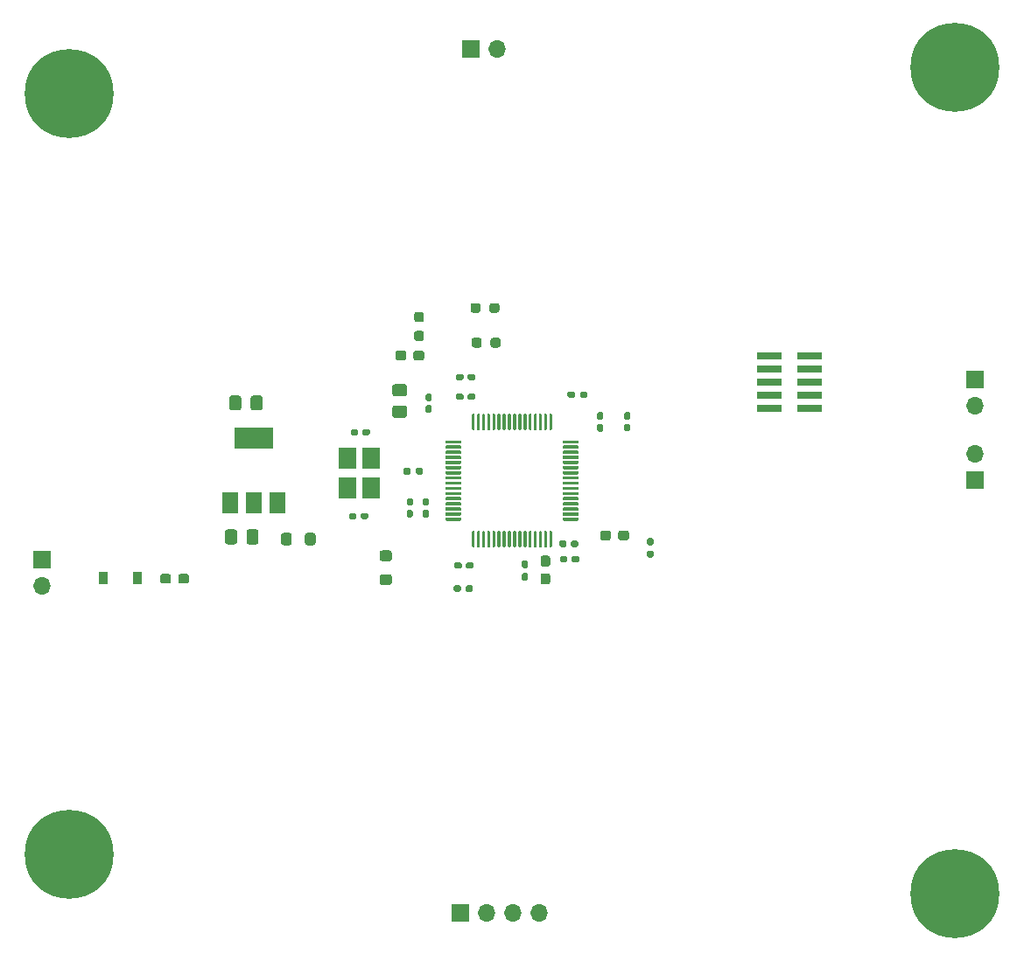
<source format=gbr>
%TF.GenerationSoftware,KiCad,Pcbnew,(5.1.7)-1*%
%TF.CreationDate,2020-10-12T20:46:30-04:00*%
%TF.ProjectId,STM32_Breakout,53544d33-325f-4427-9265-616b6f75742e,rev?*%
%TF.SameCoordinates,Original*%
%TF.FileFunction,Soldermask,Top*%
%TF.FilePolarity,Negative*%
%FSLAX46Y46*%
G04 Gerber Fmt 4.6, Leading zero omitted, Abs format (unit mm)*
G04 Created by KiCad (PCBNEW (5.1.7)-1) date 2020-10-12 20:46:30*
%MOMM*%
%LPD*%
G01*
G04 APERTURE LIST*
%ADD10R,0.900000X1.200000*%
%ADD11C,8.600000*%
%ADD12C,0.900000*%
%ADD13R,1.800000X2.100000*%
%ADD14O,1.700000X1.700000*%
%ADD15R,1.700000X1.700000*%
%ADD16R,2.400000X0.740000*%
%ADD17R,3.800000X2.000000*%
%ADD18R,1.500000X2.000000*%
G04 APERTURE END LIST*
%TO.C,C1*%
G36*
G01*
X36660000Y-64765000D02*
X36660000Y-65715000D01*
G75*
G02*
X36410000Y-65965000I-250000J0D01*
G01*
X35735000Y-65965000D01*
G75*
G02*
X35485000Y-65715000I0J250000D01*
G01*
X35485000Y-64765000D01*
G75*
G02*
X35735000Y-64515000I250000J0D01*
G01*
X36410000Y-64515000D01*
G75*
G02*
X36660000Y-64765000I0J-250000D01*
G01*
G37*
G36*
G01*
X38735000Y-64765000D02*
X38735000Y-65715000D01*
G75*
G02*
X38485000Y-65965000I-250000J0D01*
G01*
X37810000Y-65965000D01*
G75*
G02*
X37560000Y-65715000I0J250000D01*
G01*
X37560000Y-64765000D01*
G75*
G02*
X37810000Y-64515000I250000J0D01*
G01*
X38485000Y-64515000D01*
G75*
G02*
X38735000Y-64765000I0J-250000D01*
G01*
G37*
%TD*%
%TO.C,C2*%
G36*
G01*
X39135000Y-51805000D02*
X39135000Y-52755000D01*
G75*
G02*
X38885000Y-53005000I-250000J0D01*
G01*
X38210000Y-53005000D01*
G75*
G02*
X37960000Y-52755000I0J250000D01*
G01*
X37960000Y-51805000D01*
G75*
G02*
X38210000Y-51555000I250000J0D01*
G01*
X38885000Y-51555000D01*
G75*
G02*
X39135000Y-51805000I0J-250000D01*
G01*
G37*
G36*
G01*
X37060000Y-51805000D02*
X37060000Y-52755000D01*
G75*
G02*
X36810000Y-53005000I-250000J0D01*
G01*
X36135000Y-53005000D01*
G75*
G02*
X35885000Y-52755000I0J250000D01*
G01*
X35885000Y-51805000D01*
G75*
G02*
X36135000Y-51555000I250000J0D01*
G01*
X36810000Y-51555000D01*
G75*
G02*
X37060000Y-51805000I0J-250000D01*
G01*
G37*
%TD*%
%TO.C,C3*%
G36*
G01*
X51905000Y-50455000D02*
X52855000Y-50455000D01*
G75*
G02*
X53105000Y-50705000I0J-250000D01*
G01*
X53105000Y-51380000D01*
G75*
G02*
X52855000Y-51630000I-250000J0D01*
G01*
X51905000Y-51630000D01*
G75*
G02*
X51655000Y-51380000I0J250000D01*
G01*
X51655000Y-50705000D01*
G75*
G02*
X51905000Y-50455000I250000J0D01*
G01*
G37*
G36*
G01*
X51905000Y-52530000D02*
X52855000Y-52530000D01*
G75*
G02*
X53105000Y-52780000I0J-250000D01*
G01*
X53105000Y-53455000D01*
G75*
G02*
X52855000Y-53705000I-250000J0D01*
G01*
X51905000Y-53705000D01*
G75*
G02*
X51655000Y-53455000I0J250000D01*
G01*
X51655000Y-52780000D01*
G75*
G02*
X51905000Y-52530000I250000J0D01*
G01*
G37*
%TD*%
%TO.C,C4*%
G36*
G01*
X55035000Y-52500000D02*
X55345000Y-52500000D01*
G75*
G02*
X55500000Y-52655000I0J-155000D01*
G01*
X55500000Y-53080000D01*
G75*
G02*
X55345000Y-53235000I-155000J0D01*
G01*
X55035000Y-53235000D01*
G75*
G02*
X54880000Y-53080000I0J155000D01*
G01*
X54880000Y-52655000D01*
G75*
G02*
X55035000Y-52500000I155000J0D01*
G01*
G37*
G36*
G01*
X55035000Y-51365000D02*
X55345000Y-51365000D01*
G75*
G02*
X55500000Y-51520000I0J-155000D01*
G01*
X55500000Y-51945000D01*
G75*
G02*
X55345000Y-52100000I-155000J0D01*
G01*
X55035000Y-52100000D01*
G75*
G02*
X54880000Y-51945000I0J155000D01*
G01*
X54880000Y-51520000D01*
G75*
G02*
X55035000Y-51365000I155000J0D01*
G01*
G37*
%TD*%
%TO.C,C5*%
G36*
G01*
X59535000Y-67865000D02*
X59535000Y-68175000D01*
G75*
G02*
X59380000Y-68330000I-155000J0D01*
G01*
X58955000Y-68330000D01*
G75*
G02*
X58800000Y-68175000I0J155000D01*
G01*
X58800000Y-67865000D01*
G75*
G02*
X58955000Y-67710000I155000J0D01*
G01*
X59380000Y-67710000D01*
G75*
G02*
X59535000Y-67865000I0J-155000D01*
G01*
G37*
G36*
G01*
X58400000Y-67865000D02*
X58400000Y-68175000D01*
G75*
G02*
X58245000Y-68330000I-155000J0D01*
G01*
X57820000Y-68330000D01*
G75*
G02*
X57665000Y-68175000I0J155000D01*
G01*
X57665000Y-67865000D01*
G75*
G02*
X57820000Y-67710000I155000J0D01*
G01*
X58245000Y-67710000D01*
G75*
G02*
X58400000Y-67865000I0J-155000D01*
G01*
G37*
%TD*%
%TO.C,C6*%
G36*
G01*
X58340000Y-70095000D02*
X58340000Y-70405000D01*
G75*
G02*
X58185000Y-70560000I-155000J0D01*
G01*
X57760000Y-70560000D01*
G75*
G02*
X57605000Y-70405000I0J155000D01*
G01*
X57605000Y-70095000D01*
G75*
G02*
X57760000Y-69940000I155000J0D01*
G01*
X58185000Y-69940000D01*
G75*
G02*
X58340000Y-70095000I0J-155000D01*
G01*
G37*
G36*
G01*
X59475000Y-70095000D02*
X59475000Y-70405000D01*
G75*
G02*
X59320000Y-70560000I-155000J0D01*
G01*
X58895000Y-70560000D01*
G75*
G02*
X58740000Y-70405000I0J155000D01*
G01*
X58740000Y-70095000D01*
G75*
G02*
X58895000Y-69940000I155000J0D01*
G01*
X59320000Y-69940000D01*
G75*
G02*
X59475000Y-70095000I0J-155000D01*
G01*
G37*
%TD*%
%TO.C,C7*%
G36*
G01*
X69675000Y-65755000D02*
X69675000Y-66065000D01*
G75*
G02*
X69520000Y-66220000I-155000J0D01*
G01*
X69095000Y-66220000D01*
G75*
G02*
X68940000Y-66065000I0J155000D01*
G01*
X68940000Y-65755000D01*
G75*
G02*
X69095000Y-65600000I155000J0D01*
G01*
X69520000Y-65600000D01*
G75*
G02*
X69675000Y-65755000I0J-155000D01*
G01*
G37*
G36*
G01*
X68540000Y-65755000D02*
X68540000Y-66065000D01*
G75*
G02*
X68385000Y-66220000I-155000J0D01*
G01*
X67960000Y-66220000D01*
G75*
G02*
X67805000Y-66065000I0J155000D01*
G01*
X67805000Y-65755000D01*
G75*
G02*
X67960000Y-65600000I155000J0D01*
G01*
X68385000Y-65600000D01*
G75*
G02*
X68540000Y-65755000I0J-155000D01*
G01*
G37*
%TD*%
%TO.C,C8*%
G36*
G01*
X68610000Y-67245000D02*
X68610000Y-67555000D01*
G75*
G02*
X68455000Y-67710000I-155000J0D01*
G01*
X68030000Y-67710000D01*
G75*
G02*
X67875000Y-67555000I0J155000D01*
G01*
X67875000Y-67245000D01*
G75*
G02*
X68030000Y-67090000I155000J0D01*
G01*
X68455000Y-67090000D01*
G75*
G02*
X68610000Y-67245000I0J-155000D01*
G01*
G37*
G36*
G01*
X69745000Y-67245000D02*
X69745000Y-67555000D01*
G75*
G02*
X69590000Y-67710000I-155000J0D01*
G01*
X69165000Y-67710000D01*
G75*
G02*
X69010000Y-67555000I0J155000D01*
G01*
X69010000Y-67245000D01*
G75*
G02*
X69165000Y-67090000I155000J0D01*
G01*
X69590000Y-67090000D01*
G75*
G02*
X69745000Y-67245000I0J-155000D01*
G01*
G37*
%TD*%
%TO.C,C9*%
G36*
G01*
X71625000Y-53175000D02*
X71935000Y-53175000D01*
G75*
G02*
X72090000Y-53330000I0J-155000D01*
G01*
X72090000Y-53755000D01*
G75*
G02*
X71935000Y-53910000I-155000J0D01*
G01*
X71625000Y-53910000D01*
G75*
G02*
X71470000Y-53755000I0J155000D01*
G01*
X71470000Y-53330000D01*
G75*
G02*
X71625000Y-53175000I155000J0D01*
G01*
G37*
G36*
G01*
X71625000Y-54310000D02*
X71935000Y-54310000D01*
G75*
G02*
X72090000Y-54465000I0J-155000D01*
G01*
X72090000Y-54890000D01*
G75*
G02*
X71935000Y-55045000I-155000J0D01*
G01*
X71625000Y-55045000D01*
G75*
G02*
X71470000Y-54890000I0J155000D01*
G01*
X71470000Y-54465000D01*
G75*
G02*
X71625000Y-54310000I155000J0D01*
G01*
G37*
%TD*%
%TO.C,C10*%
G36*
G01*
X74245000Y-54300000D02*
X74555000Y-54300000D01*
G75*
G02*
X74710000Y-54455000I0J-155000D01*
G01*
X74710000Y-54880000D01*
G75*
G02*
X74555000Y-55035000I-155000J0D01*
G01*
X74245000Y-55035000D01*
G75*
G02*
X74090000Y-54880000I0J155000D01*
G01*
X74090000Y-54455000D01*
G75*
G02*
X74245000Y-54300000I155000J0D01*
G01*
G37*
G36*
G01*
X74245000Y-53165000D02*
X74555000Y-53165000D01*
G75*
G02*
X74710000Y-53320000I0J-155000D01*
G01*
X74710000Y-53745000D01*
G75*
G02*
X74555000Y-53900000I-155000J0D01*
G01*
X74245000Y-53900000D01*
G75*
G02*
X74090000Y-53745000I0J155000D01*
G01*
X74090000Y-53320000D01*
G75*
G02*
X74245000Y-53165000I155000J0D01*
G01*
G37*
%TD*%
%TO.C,C11*%
G36*
G01*
X57825000Y-51825000D02*
X57825000Y-51515000D01*
G75*
G02*
X57980000Y-51360000I155000J0D01*
G01*
X58405000Y-51360000D01*
G75*
G02*
X58560000Y-51515000I0J-155000D01*
G01*
X58560000Y-51825000D01*
G75*
G02*
X58405000Y-51980000I-155000J0D01*
G01*
X57980000Y-51980000D01*
G75*
G02*
X57825000Y-51825000I0J155000D01*
G01*
G37*
G36*
G01*
X58960000Y-51825000D02*
X58960000Y-51515000D01*
G75*
G02*
X59115000Y-51360000I155000J0D01*
G01*
X59540000Y-51360000D01*
G75*
G02*
X59695000Y-51515000I0J-155000D01*
G01*
X59695000Y-51825000D01*
G75*
G02*
X59540000Y-51980000I-155000J0D01*
G01*
X59115000Y-51980000D01*
G75*
G02*
X58960000Y-51825000I0J155000D01*
G01*
G37*
%TD*%
%TO.C,C12*%
G36*
G01*
X57825000Y-49925000D02*
X57825000Y-49615000D01*
G75*
G02*
X57980000Y-49460000I155000J0D01*
G01*
X58405000Y-49460000D01*
G75*
G02*
X58560000Y-49615000I0J-155000D01*
G01*
X58560000Y-49925000D01*
G75*
G02*
X58405000Y-50080000I-155000J0D01*
G01*
X57980000Y-50080000D01*
G75*
G02*
X57825000Y-49925000I0J155000D01*
G01*
G37*
G36*
G01*
X58960000Y-49925000D02*
X58960000Y-49615000D01*
G75*
G02*
X59115000Y-49460000I155000J0D01*
G01*
X59540000Y-49460000D01*
G75*
G02*
X59695000Y-49615000I0J-155000D01*
G01*
X59695000Y-49925000D01*
G75*
G02*
X59540000Y-50080000I-155000J0D01*
G01*
X59115000Y-50080000D01*
G75*
G02*
X58960000Y-49925000I0J155000D01*
G01*
G37*
%TD*%
%TO.C,C13*%
G36*
G01*
X55055000Y-63365000D02*
X54745000Y-63365000D01*
G75*
G02*
X54590000Y-63210000I0J155000D01*
G01*
X54590000Y-62785000D01*
G75*
G02*
X54745000Y-62630000I155000J0D01*
G01*
X55055000Y-62630000D01*
G75*
G02*
X55210000Y-62785000I0J-155000D01*
G01*
X55210000Y-63210000D01*
G75*
G02*
X55055000Y-63365000I-155000J0D01*
G01*
G37*
G36*
G01*
X55055000Y-62230000D02*
X54745000Y-62230000D01*
G75*
G02*
X54590000Y-62075000I0J155000D01*
G01*
X54590000Y-61650000D01*
G75*
G02*
X54745000Y-61495000I155000J0D01*
G01*
X55055000Y-61495000D01*
G75*
G02*
X55210000Y-61650000I0J-155000D01*
G01*
X55210000Y-62075000D01*
G75*
G02*
X55055000Y-62230000I-155000J0D01*
G01*
G37*
%TD*%
%TO.C,C14*%
G36*
G01*
X53525000Y-62230000D02*
X53215000Y-62230000D01*
G75*
G02*
X53060000Y-62075000I0J155000D01*
G01*
X53060000Y-61650000D01*
G75*
G02*
X53215000Y-61495000I155000J0D01*
G01*
X53525000Y-61495000D01*
G75*
G02*
X53680000Y-61650000I0J-155000D01*
G01*
X53680000Y-62075000D01*
G75*
G02*
X53525000Y-62230000I-155000J0D01*
G01*
G37*
G36*
G01*
X53525000Y-63365000D02*
X53215000Y-63365000D01*
G75*
G02*
X53060000Y-63210000I0J155000D01*
G01*
X53060000Y-62785000D01*
G75*
G02*
X53215000Y-62630000I155000J0D01*
G01*
X53525000Y-62630000D01*
G75*
G02*
X53680000Y-62785000I0J-155000D01*
G01*
X53680000Y-63210000D01*
G75*
G02*
X53525000Y-63365000I-155000J0D01*
G01*
G37*
%TD*%
%TO.C,C15*%
G36*
G01*
X48780000Y-55265000D02*
X48780000Y-54955000D01*
G75*
G02*
X48935000Y-54800000I155000J0D01*
G01*
X49360000Y-54800000D01*
G75*
G02*
X49515000Y-54955000I0J-155000D01*
G01*
X49515000Y-55265000D01*
G75*
G02*
X49360000Y-55420000I-155000J0D01*
G01*
X48935000Y-55420000D01*
G75*
G02*
X48780000Y-55265000I0J155000D01*
G01*
G37*
G36*
G01*
X47645000Y-55265000D02*
X47645000Y-54955000D01*
G75*
G02*
X47800000Y-54800000I155000J0D01*
G01*
X48225000Y-54800000D01*
G75*
G02*
X48380000Y-54955000I0J-155000D01*
G01*
X48380000Y-55265000D01*
G75*
G02*
X48225000Y-55420000I-155000J0D01*
G01*
X47800000Y-55420000D01*
G75*
G02*
X47645000Y-55265000I0J155000D01*
G01*
G37*
%TD*%
%TO.C,C16*%
G36*
G01*
X49345000Y-63075000D02*
X49345000Y-63385000D01*
G75*
G02*
X49190000Y-63540000I-155000J0D01*
G01*
X48765000Y-63540000D01*
G75*
G02*
X48610000Y-63385000I0J155000D01*
G01*
X48610000Y-63075000D01*
G75*
G02*
X48765000Y-62920000I155000J0D01*
G01*
X49190000Y-62920000D01*
G75*
G02*
X49345000Y-63075000I0J-155000D01*
G01*
G37*
G36*
G01*
X48210000Y-63075000D02*
X48210000Y-63385000D01*
G75*
G02*
X48055000Y-63540000I-155000J0D01*
G01*
X47630000Y-63540000D01*
G75*
G02*
X47475000Y-63385000I0J155000D01*
G01*
X47475000Y-63075000D01*
G75*
G02*
X47630000Y-62920000I155000J0D01*
G01*
X48055000Y-62920000D01*
G75*
G02*
X48210000Y-63075000I0J-155000D01*
G01*
G37*
%TD*%
%TO.C,C17*%
G36*
G01*
X66242500Y-67050000D02*
X66717500Y-67050000D01*
G75*
G02*
X66955000Y-67287500I0J-237500D01*
G01*
X66955000Y-67887500D01*
G75*
G02*
X66717500Y-68125000I-237500J0D01*
G01*
X66242500Y-68125000D01*
G75*
G02*
X66005000Y-67887500I0J237500D01*
G01*
X66005000Y-67287500D01*
G75*
G02*
X66242500Y-67050000I237500J0D01*
G01*
G37*
G36*
G01*
X66242500Y-68775000D02*
X66717500Y-68775000D01*
G75*
G02*
X66955000Y-69012500I0J-237500D01*
G01*
X66955000Y-69612500D01*
G75*
G02*
X66717500Y-69850000I-237500J0D01*
G01*
X66242500Y-69850000D01*
G75*
G02*
X66005000Y-69612500I0J237500D01*
G01*
X66005000Y-69012500D01*
G75*
G02*
X66242500Y-68775000I237500J0D01*
G01*
G37*
%TD*%
D10*
%TO.C,D1*%
X27000000Y-69250000D03*
X23700000Y-69250000D03*
%TD*%
%TO.C,D2*%
G36*
G01*
X54760000Y-47442500D02*
X54760000Y-47917500D01*
G75*
G02*
X54522500Y-48155000I-237500J0D01*
G01*
X53947500Y-48155000D01*
G75*
G02*
X53710000Y-47917500I0J237500D01*
G01*
X53710000Y-47442500D01*
G75*
G02*
X53947500Y-47205000I237500J0D01*
G01*
X54522500Y-47205000D01*
G75*
G02*
X54760000Y-47442500I0J-237500D01*
G01*
G37*
G36*
G01*
X53010000Y-47442500D02*
X53010000Y-47917500D01*
G75*
G02*
X52772500Y-48155000I-237500J0D01*
G01*
X52197500Y-48155000D01*
G75*
G02*
X51960000Y-47917500I0J237500D01*
G01*
X51960000Y-47442500D01*
G75*
G02*
X52197500Y-47205000I237500J0D01*
G01*
X52772500Y-47205000D01*
G75*
G02*
X53010000Y-47442500I0J-237500D01*
G01*
G37*
%TD*%
%TO.C,D3*%
G36*
G01*
X72820000Y-64872500D02*
X72820000Y-65347500D01*
G75*
G02*
X72582500Y-65585000I-237500J0D01*
G01*
X72007500Y-65585000D01*
G75*
G02*
X71770000Y-65347500I0J237500D01*
G01*
X71770000Y-64872500D01*
G75*
G02*
X72007500Y-64635000I237500J0D01*
G01*
X72582500Y-64635000D01*
G75*
G02*
X72820000Y-64872500I0J-237500D01*
G01*
G37*
G36*
G01*
X74570000Y-64872500D02*
X74570000Y-65347500D01*
G75*
G02*
X74332500Y-65585000I-237500J0D01*
G01*
X73757500Y-65585000D01*
G75*
G02*
X73520000Y-65347500I0J237500D01*
G01*
X73520000Y-64872500D01*
G75*
G02*
X73757500Y-64635000I237500J0D01*
G01*
X74332500Y-64635000D01*
G75*
G02*
X74570000Y-64872500I0J-237500D01*
G01*
G37*
%TD*%
%TO.C,F1*%
G36*
G01*
X29210000Y-69527500D02*
X29210000Y-69052500D01*
G75*
G02*
X29447500Y-68815000I237500J0D01*
G01*
X30022500Y-68815000D01*
G75*
G02*
X30260000Y-69052500I0J-237500D01*
G01*
X30260000Y-69527500D01*
G75*
G02*
X30022500Y-69765000I-237500J0D01*
G01*
X29447500Y-69765000D01*
G75*
G02*
X29210000Y-69527500I0J237500D01*
G01*
G37*
G36*
G01*
X30960000Y-69527500D02*
X30960000Y-69052500D01*
G75*
G02*
X31197500Y-68815000I237500J0D01*
G01*
X31772500Y-68815000D01*
G75*
G02*
X32010000Y-69052500I0J-237500D01*
G01*
X32010000Y-69527500D01*
G75*
G02*
X31772500Y-69765000I-237500J0D01*
G01*
X31197500Y-69765000D01*
G75*
G02*
X30960000Y-69527500I0J237500D01*
G01*
G37*
%TD*%
%TO.C,FB1*%
G36*
G01*
X40905000Y-65810001D02*
X40905000Y-65109999D01*
G75*
G02*
X41154999Y-64860000I249999J0D01*
G01*
X41705001Y-64860000D01*
G75*
G02*
X41955000Y-65109999I0J-249999D01*
G01*
X41955000Y-65810001D01*
G75*
G02*
X41705001Y-66060000I-249999J0D01*
G01*
X41154999Y-66060000D01*
G75*
G02*
X40905000Y-65810001I0J249999D01*
G01*
G37*
G36*
G01*
X43205000Y-65810001D02*
X43205000Y-65109999D01*
G75*
G02*
X43454999Y-64860000I249999J0D01*
G01*
X44005001Y-64860000D01*
G75*
G02*
X44255000Y-65109999I0J-249999D01*
G01*
X44255000Y-65810001D01*
G75*
G02*
X44005001Y-66060000I-249999J0D01*
G01*
X43454999Y-66060000D01*
G75*
G02*
X43205000Y-65810001I0J249999D01*
G01*
G37*
%TD*%
%TO.C,FB2*%
G36*
G01*
X50689999Y-68855000D02*
X51390001Y-68855000D01*
G75*
G02*
X51640000Y-69104999I0J-249999D01*
G01*
X51640000Y-69655001D01*
G75*
G02*
X51390001Y-69905000I-249999J0D01*
G01*
X50689999Y-69905000D01*
G75*
G02*
X50440000Y-69655001I0J249999D01*
G01*
X50440000Y-69104999D01*
G75*
G02*
X50689999Y-68855000I249999J0D01*
G01*
G37*
G36*
G01*
X50689999Y-66555000D02*
X51390001Y-66555000D01*
G75*
G02*
X51640000Y-66804999I0J-249999D01*
G01*
X51640000Y-67355001D01*
G75*
G02*
X51390001Y-67605000I-249999J0D01*
G01*
X50689999Y-67605000D01*
G75*
G02*
X50440000Y-67355001I0J249999D01*
G01*
X50440000Y-66804999D01*
G75*
G02*
X50689999Y-66555000I249999J0D01*
G01*
G37*
%TD*%
D11*
%TO.C,H1*%
X106110000Y-99790000D03*
D12*
X109335000Y-99790000D03*
X108390419Y-102070419D03*
X106110000Y-103015000D03*
X103829581Y-102070419D03*
X102885000Y-99790000D03*
X103829581Y-97509581D03*
X106110000Y-96565000D03*
X108390419Y-97509581D03*
%TD*%
%TO.C,H2*%
X108390419Y-17469581D03*
X106110000Y-16525000D03*
X103829581Y-17469581D03*
X102885000Y-19750000D03*
X103829581Y-22030419D03*
X106110000Y-22975000D03*
X108390419Y-22030419D03*
X109335000Y-19750000D03*
D11*
X106110000Y-19750000D03*
%TD*%
%TO.C,H3*%
X20380000Y-22320000D03*
D12*
X23605000Y-22320000D03*
X22660419Y-24600419D03*
X20380000Y-25545000D03*
X18099581Y-24600419D03*
X17155000Y-22320000D03*
X18099581Y-20039581D03*
X20380000Y-19095000D03*
X22660419Y-20039581D03*
%TD*%
D11*
%TO.C,H4*%
X20380000Y-95980000D03*
D12*
X23605000Y-95980000D03*
X22660419Y-98260419D03*
X20380000Y-99205000D03*
X18099581Y-98260419D03*
X17155000Y-95980000D03*
X18099581Y-93699581D03*
X20380000Y-92755000D03*
X22660419Y-93699581D03*
%TD*%
D13*
%TO.C,HSE*%
X47310000Y-57620000D03*
X47310000Y-60520000D03*
X49610000Y-60520000D03*
X49610000Y-57620000D03*
%TD*%
D14*
%TO.C,I2C*%
X61780000Y-17960000D03*
D15*
X59240000Y-17960000D03*
%TD*%
%TO.C,Power*%
X17770000Y-67440000D03*
D14*
X17770000Y-69980000D03*
%TD*%
%TO.C,PowerTest*%
X108010000Y-52570000D03*
D15*
X108010000Y-50030000D03*
%TD*%
%TO.C,R1*%
G36*
G01*
X54022500Y-45295000D02*
X54497500Y-45295000D01*
G75*
G02*
X54735000Y-45532500I0J-237500D01*
G01*
X54735000Y-46032500D01*
G75*
G02*
X54497500Y-46270000I-237500J0D01*
G01*
X54022500Y-46270000D01*
G75*
G02*
X53785000Y-46032500I0J237500D01*
G01*
X53785000Y-45532500D01*
G75*
G02*
X54022500Y-45295000I237500J0D01*
G01*
G37*
G36*
G01*
X54022500Y-43470000D02*
X54497500Y-43470000D01*
G75*
G02*
X54735000Y-43707500I0J-237500D01*
G01*
X54735000Y-44207500D01*
G75*
G02*
X54497500Y-44445000I-237500J0D01*
G01*
X54022500Y-44445000D01*
G75*
G02*
X53785000Y-44207500I0J237500D01*
G01*
X53785000Y-43707500D01*
G75*
G02*
X54022500Y-43470000I237500J0D01*
G01*
G37*
%TD*%
%TO.C,R2*%
G36*
G01*
X70535000Y-51310000D02*
X70535000Y-51630000D01*
G75*
G02*
X70375000Y-51790000I-160000J0D01*
G01*
X69980000Y-51790000D01*
G75*
G02*
X69820000Y-51630000I0J160000D01*
G01*
X69820000Y-51310000D01*
G75*
G02*
X69980000Y-51150000I160000J0D01*
G01*
X70375000Y-51150000D01*
G75*
G02*
X70535000Y-51310000I0J-160000D01*
G01*
G37*
G36*
G01*
X69340000Y-51310000D02*
X69340000Y-51630000D01*
G75*
G02*
X69180000Y-51790000I-160000J0D01*
G01*
X68785000Y-51790000D01*
G75*
G02*
X68625000Y-51630000I0J160000D01*
G01*
X68625000Y-51310000D01*
G75*
G02*
X68785000Y-51150000I160000J0D01*
G01*
X69180000Y-51150000D01*
G75*
G02*
X69340000Y-51310000I0J-160000D01*
G01*
G37*
%TD*%
%TO.C,R3*%
G36*
G01*
X64330000Y-68740000D02*
X64650000Y-68740000D01*
G75*
G02*
X64810000Y-68900000I0J-160000D01*
G01*
X64810000Y-69295000D01*
G75*
G02*
X64650000Y-69455000I-160000J0D01*
G01*
X64330000Y-69455000D01*
G75*
G02*
X64170000Y-69295000I0J160000D01*
G01*
X64170000Y-68900000D01*
G75*
G02*
X64330000Y-68740000I160000J0D01*
G01*
G37*
G36*
G01*
X64330000Y-67545000D02*
X64650000Y-67545000D01*
G75*
G02*
X64810000Y-67705000I0J-160000D01*
G01*
X64810000Y-68100000D01*
G75*
G02*
X64650000Y-68260000I-160000J0D01*
G01*
X64330000Y-68260000D01*
G75*
G02*
X64170000Y-68100000I0J160000D01*
G01*
X64170000Y-67705000D01*
G75*
G02*
X64330000Y-67545000I160000J0D01*
G01*
G37*
%TD*%
%TO.C,R4*%
G36*
G01*
X62140000Y-46202500D02*
X62140000Y-46677500D01*
G75*
G02*
X61902500Y-46915000I-237500J0D01*
G01*
X61402500Y-46915000D01*
G75*
G02*
X61165000Y-46677500I0J237500D01*
G01*
X61165000Y-46202500D01*
G75*
G02*
X61402500Y-45965000I237500J0D01*
G01*
X61902500Y-45965000D01*
G75*
G02*
X62140000Y-46202500I0J-237500D01*
G01*
G37*
G36*
G01*
X60315000Y-46202500D02*
X60315000Y-46677500D01*
G75*
G02*
X60077500Y-46915000I-237500J0D01*
G01*
X59577500Y-46915000D01*
G75*
G02*
X59340000Y-46677500I0J237500D01*
G01*
X59340000Y-46202500D01*
G75*
G02*
X59577500Y-45965000I237500J0D01*
G01*
X60077500Y-45965000D01*
G75*
G02*
X60315000Y-46202500I0J-237500D01*
G01*
G37*
%TD*%
%TO.C,R5*%
G36*
G01*
X62040000Y-42832500D02*
X62040000Y-43307500D01*
G75*
G02*
X61802500Y-43545000I-237500J0D01*
G01*
X61302500Y-43545000D01*
G75*
G02*
X61065000Y-43307500I0J237500D01*
G01*
X61065000Y-42832500D01*
G75*
G02*
X61302500Y-42595000I237500J0D01*
G01*
X61802500Y-42595000D01*
G75*
G02*
X62040000Y-42832500I0J-237500D01*
G01*
G37*
G36*
G01*
X60215000Y-42832500D02*
X60215000Y-43307500D01*
G75*
G02*
X59977500Y-43545000I-237500J0D01*
G01*
X59477500Y-43545000D01*
G75*
G02*
X59240000Y-43307500I0J237500D01*
G01*
X59240000Y-42832500D01*
G75*
G02*
X59477500Y-42595000I237500J0D01*
G01*
X59977500Y-42595000D01*
G75*
G02*
X60215000Y-42832500I0J-237500D01*
G01*
G37*
%TD*%
%TO.C,R6*%
G36*
G01*
X54645000Y-58730000D02*
X54645000Y-59050000D01*
G75*
G02*
X54485000Y-59210000I-160000J0D01*
G01*
X54090000Y-59210000D01*
G75*
G02*
X53930000Y-59050000I0J160000D01*
G01*
X53930000Y-58730000D01*
G75*
G02*
X54090000Y-58570000I160000J0D01*
G01*
X54485000Y-58570000D01*
G75*
G02*
X54645000Y-58730000I0J-160000D01*
G01*
G37*
G36*
G01*
X53450000Y-58730000D02*
X53450000Y-59050000D01*
G75*
G02*
X53290000Y-59210000I-160000J0D01*
G01*
X52895000Y-59210000D01*
G75*
G02*
X52735000Y-59050000I0J160000D01*
G01*
X52735000Y-58730000D01*
G75*
G02*
X52895000Y-58570000I160000J0D01*
G01*
X53290000Y-58570000D01*
G75*
G02*
X53450000Y-58730000I0J-160000D01*
G01*
G37*
%TD*%
%TO.C,R7*%
G36*
G01*
X76790000Y-66080000D02*
X76470000Y-66080000D01*
G75*
G02*
X76310000Y-65920000I0J160000D01*
G01*
X76310000Y-65525000D01*
G75*
G02*
X76470000Y-65365000I160000J0D01*
G01*
X76790000Y-65365000D01*
G75*
G02*
X76950000Y-65525000I0J-160000D01*
G01*
X76950000Y-65920000D01*
G75*
G02*
X76790000Y-66080000I-160000J0D01*
G01*
G37*
G36*
G01*
X76790000Y-67275000D02*
X76470000Y-67275000D01*
G75*
G02*
X76310000Y-67115000I0J160000D01*
G01*
X76310000Y-66720000D01*
G75*
G02*
X76470000Y-66560000I160000J0D01*
G01*
X76790000Y-66560000D01*
G75*
G02*
X76950000Y-66720000I0J-160000D01*
G01*
X76950000Y-67115000D01*
G75*
G02*
X76790000Y-67275000I-160000J0D01*
G01*
G37*
%TD*%
%TO.C,SPI*%
X58290000Y-101680000D03*
D14*
X60830000Y-101680000D03*
X63370000Y-101680000D03*
X65910000Y-101680000D03*
%TD*%
D16*
%TO.C,SWD*%
X88140000Y-47740000D03*
X92040000Y-47740000D03*
X88140000Y-49010000D03*
X92040000Y-49010000D03*
X88140000Y-50280000D03*
X92040000Y-50280000D03*
X88140000Y-51550000D03*
X92040000Y-51550000D03*
X88140000Y-52820000D03*
X92040000Y-52820000D03*
%TD*%
D17*
%TO.C,3.3V Reg*%
X38250000Y-55670000D03*
D18*
X38250000Y-61970000D03*
X40550000Y-61970000D03*
X35950000Y-61970000D03*
%TD*%
%TO.C,U2*%
G36*
G01*
X59350000Y-54815000D02*
X59350000Y-53415000D01*
G75*
G02*
X59425000Y-53340000I75000J0D01*
G01*
X59575000Y-53340000D01*
G75*
G02*
X59650000Y-53415000I0J-75000D01*
G01*
X59650000Y-54815000D01*
G75*
G02*
X59575000Y-54890000I-75000J0D01*
G01*
X59425000Y-54890000D01*
G75*
G02*
X59350000Y-54815000I0J75000D01*
G01*
G37*
G36*
G01*
X59850000Y-54815000D02*
X59850000Y-53415000D01*
G75*
G02*
X59925000Y-53340000I75000J0D01*
G01*
X60075000Y-53340000D01*
G75*
G02*
X60150000Y-53415000I0J-75000D01*
G01*
X60150000Y-54815000D01*
G75*
G02*
X60075000Y-54890000I-75000J0D01*
G01*
X59925000Y-54890000D01*
G75*
G02*
X59850000Y-54815000I0J75000D01*
G01*
G37*
G36*
G01*
X60350000Y-54815000D02*
X60350000Y-53415000D01*
G75*
G02*
X60425000Y-53340000I75000J0D01*
G01*
X60575000Y-53340000D01*
G75*
G02*
X60650000Y-53415000I0J-75000D01*
G01*
X60650000Y-54815000D01*
G75*
G02*
X60575000Y-54890000I-75000J0D01*
G01*
X60425000Y-54890000D01*
G75*
G02*
X60350000Y-54815000I0J75000D01*
G01*
G37*
G36*
G01*
X60850000Y-54815000D02*
X60850000Y-53415000D01*
G75*
G02*
X60925000Y-53340000I75000J0D01*
G01*
X61075000Y-53340000D01*
G75*
G02*
X61150000Y-53415000I0J-75000D01*
G01*
X61150000Y-54815000D01*
G75*
G02*
X61075000Y-54890000I-75000J0D01*
G01*
X60925000Y-54890000D01*
G75*
G02*
X60850000Y-54815000I0J75000D01*
G01*
G37*
G36*
G01*
X61350000Y-54815000D02*
X61350000Y-53415000D01*
G75*
G02*
X61425000Y-53340000I75000J0D01*
G01*
X61575000Y-53340000D01*
G75*
G02*
X61650000Y-53415000I0J-75000D01*
G01*
X61650000Y-54815000D01*
G75*
G02*
X61575000Y-54890000I-75000J0D01*
G01*
X61425000Y-54890000D01*
G75*
G02*
X61350000Y-54815000I0J75000D01*
G01*
G37*
G36*
G01*
X61850000Y-54815000D02*
X61850000Y-53415000D01*
G75*
G02*
X61925000Y-53340000I75000J0D01*
G01*
X62075000Y-53340000D01*
G75*
G02*
X62150000Y-53415000I0J-75000D01*
G01*
X62150000Y-54815000D01*
G75*
G02*
X62075000Y-54890000I-75000J0D01*
G01*
X61925000Y-54890000D01*
G75*
G02*
X61850000Y-54815000I0J75000D01*
G01*
G37*
G36*
G01*
X62350000Y-54815000D02*
X62350000Y-53415000D01*
G75*
G02*
X62425000Y-53340000I75000J0D01*
G01*
X62575000Y-53340000D01*
G75*
G02*
X62650000Y-53415000I0J-75000D01*
G01*
X62650000Y-54815000D01*
G75*
G02*
X62575000Y-54890000I-75000J0D01*
G01*
X62425000Y-54890000D01*
G75*
G02*
X62350000Y-54815000I0J75000D01*
G01*
G37*
G36*
G01*
X62850000Y-54815000D02*
X62850000Y-53415000D01*
G75*
G02*
X62925000Y-53340000I75000J0D01*
G01*
X63075000Y-53340000D01*
G75*
G02*
X63150000Y-53415000I0J-75000D01*
G01*
X63150000Y-54815000D01*
G75*
G02*
X63075000Y-54890000I-75000J0D01*
G01*
X62925000Y-54890000D01*
G75*
G02*
X62850000Y-54815000I0J75000D01*
G01*
G37*
G36*
G01*
X63350000Y-54815000D02*
X63350000Y-53415000D01*
G75*
G02*
X63425000Y-53340000I75000J0D01*
G01*
X63575000Y-53340000D01*
G75*
G02*
X63650000Y-53415000I0J-75000D01*
G01*
X63650000Y-54815000D01*
G75*
G02*
X63575000Y-54890000I-75000J0D01*
G01*
X63425000Y-54890000D01*
G75*
G02*
X63350000Y-54815000I0J75000D01*
G01*
G37*
G36*
G01*
X63850000Y-54815000D02*
X63850000Y-53415000D01*
G75*
G02*
X63925000Y-53340000I75000J0D01*
G01*
X64075000Y-53340000D01*
G75*
G02*
X64150000Y-53415000I0J-75000D01*
G01*
X64150000Y-54815000D01*
G75*
G02*
X64075000Y-54890000I-75000J0D01*
G01*
X63925000Y-54890000D01*
G75*
G02*
X63850000Y-54815000I0J75000D01*
G01*
G37*
G36*
G01*
X64350000Y-54815000D02*
X64350000Y-53415000D01*
G75*
G02*
X64425000Y-53340000I75000J0D01*
G01*
X64575000Y-53340000D01*
G75*
G02*
X64650000Y-53415000I0J-75000D01*
G01*
X64650000Y-54815000D01*
G75*
G02*
X64575000Y-54890000I-75000J0D01*
G01*
X64425000Y-54890000D01*
G75*
G02*
X64350000Y-54815000I0J75000D01*
G01*
G37*
G36*
G01*
X64850000Y-54815000D02*
X64850000Y-53415000D01*
G75*
G02*
X64925000Y-53340000I75000J0D01*
G01*
X65075000Y-53340000D01*
G75*
G02*
X65150000Y-53415000I0J-75000D01*
G01*
X65150000Y-54815000D01*
G75*
G02*
X65075000Y-54890000I-75000J0D01*
G01*
X64925000Y-54890000D01*
G75*
G02*
X64850000Y-54815000I0J75000D01*
G01*
G37*
G36*
G01*
X65350000Y-54815000D02*
X65350000Y-53415000D01*
G75*
G02*
X65425000Y-53340000I75000J0D01*
G01*
X65575000Y-53340000D01*
G75*
G02*
X65650000Y-53415000I0J-75000D01*
G01*
X65650000Y-54815000D01*
G75*
G02*
X65575000Y-54890000I-75000J0D01*
G01*
X65425000Y-54890000D01*
G75*
G02*
X65350000Y-54815000I0J75000D01*
G01*
G37*
G36*
G01*
X65850000Y-54815000D02*
X65850000Y-53415000D01*
G75*
G02*
X65925000Y-53340000I75000J0D01*
G01*
X66075000Y-53340000D01*
G75*
G02*
X66150000Y-53415000I0J-75000D01*
G01*
X66150000Y-54815000D01*
G75*
G02*
X66075000Y-54890000I-75000J0D01*
G01*
X65925000Y-54890000D01*
G75*
G02*
X65850000Y-54815000I0J75000D01*
G01*
G37*
G36*
G01*
X66350000Y-54815000D02*
X66350000Y-53415000D01*
G75*
G02*
X66425000Y-53340000I75000J0D01*
G01*
X66575000Y-53340000D01*
G75*
G02*
X66650000Y-53415000I0J-75000D01*
G01*
X66650000Y-54815000D01*
G75*
G02*
X66575000Y-54890000I-75000J0D01*
G01*
X66425000Y-54890000D01*
G75*
G02*
X66350000Y-54815000I0J75000D01*
G01*
G37*
G36*
G01*
X66850000Y-54815000D02*
X66850000Y-53415000D01*
G75*
G02*
X66925000Y-53340000I75000J0D01*
G01*
X67075000Y-53340000D01*
G75*
G02*
X67150000Y-53415000I0J-75000D01*
G01*
X67150000Y-54815000D01*
G75*
G02*
X67075000Y-54890000I-75000J0D01*
G01*
X66925000Y-54890000D01*
G75*
G02*
X66850000Y-54815000I0J75000D01*
G01*
G37*
G36*
G01*
X68150000Y-56115000D02*
X68150000Y-55965000D01*
G75*
G02*
X68225000Y-55890000I75000J0D01*
G01*
X69625000Y-55890000D01*
G75*
G02*
X69700000Y-55965000I0J-75000D01*
G01*
X69700000Y-56115000D01*
G75*
G02*
X69625000Y-56190000I-75000J0D01*
G01*
X68225000Y-56190000D01*
G75*
G02*
X68150000Y-56115000I0J75000D01*
G01*
G37*
G36*
G01*
X68150000Y-56615000D02*
X68150000Y-56465000D01*
G75*
G02*
X68225000Y-56390000I75000J0D01*
G01*
X69625000Y-56390000D01*
G75*
G02*
X69700000Y-56465000I0J-75000D01*
G01*
X69700000Y-56615000D01*
G75*
G02*
X69625000Y-56690000I-75000J0D01*
G01*
X68225000Y-56690000D01*
G75*
G02*
X68150000Y-56615000I0J75000D01*
G01*
G37*
G36*
G01*
X68150000Y-57115000D02*
X68150000Y-56965000D01*
G75*
G02*
X68225000Y-56890000I75000J0D01*
G01*
X69625000Y-56890000D01*
G75*
G02*
X69700000Y-56965000I0J-75000D01*
G01*
X69700000Y-57115000D01*
G75*
G02*
X69625000Y-57190000I-75000J0D01*
G01*
X68225000Y-57190000D01*
G75*
G02*
X68150000Y-57115000I0J75000D01*
G01*
G37*
G36*
G01*
X68150000Y-57615000D02*
X68150000Y-57465000D01*
G75*
G02*
X68225000Y-57390000I75000J0D01*
G01*
X69625000Y-57390000D01*
G75*
G02*
X69700000Y-57465000I0J-75000D01*
G01*
X69700000Y-57615000D01*
G75*
G02*
X69625000Y-57690000I-75000J0D01*
G01*
X68225000Y-57690000D01*
G75*
G02*
X68150000Y-57615000I0J75000D01*
G01*
G37*
G36*
G01*
X68150000Y-58115000D02*
X68150000Y-57965000D01*
G75*
G02*
X68225000Y-57890000I75000J0D01*
G01*
X69625000Y-57890000D01*
G75*
G02*
X69700000Y-57965000I0J-75000D01*
G01*
X69700000Y-58115000D01*
G75*
G02*
X69625000Y-58190000I-75000J0D01*
G01*
X68225000Y-58190000D01*
G75*
G02*
X68150000Y-58115000I0J75000D01*
G01*
G37*
G36*
G01*
X68150000Y-58615000D02*
X68150000Y-58465000D01*
G75*
G02*
X68225000Y-58390000I75000J0D01*
G01*
X69625000Y-58390000D01*
G75*
G02*
X69700000Y-58465000I0J-75000D01*
G01*
X69700000Y-58615000D01*
G75*
G02*
X69625000Y-58690000I-75000J0D01*
G01*
X68225000Y-58690000D01*
G75*
G02*
X68150000Y-58615000I0J75000D01*
G01*
G37*
G36*
G01*
X68150000Y-59115000D02*
X68150000Y-58965000D01*
G75*
G02*
X68225000Y-58890000I75000J0D01*
G01*
X69625000Y-58890000D01*
G75*
G02*
X69700000Y-58965000I0J-75000D01*
G01*
X69700000Y-59115000D01*
G75*
G02*
X69625000Y-59190000I-75000J0D01*
G01*
X68225000Y-59190000D01*
G75*
G02*
X68150000Y-59115000I0J75000D01*
G01*
G37*
G36*
G01*
X68150000Y-59615000D02*
X68150000Y-59465000D01*
G75*
G02*
X68225000Y-59390000I75000J0D01*
G01*
X69625000Y-59390000D01*
G75*
G02*
X69700000Y-59465000I0J-75000D01*
G01*
X69700000Y-59615000D01*
G75*
G02*
X69625000Y-59690000I-75000J0D01*
G01*
X68225000Y-59690000D01*
G75*
G02*
X68150000Y-59615000I0J75000D01*
G01*
G37*
G36*
G01*
X68150000Y-60115000D02*
X68150000Y-59965000D01*
G75*
G02*
X68225000Y-59890000I75000J0D01*
G01*
X69625000Y-59890000D01*
G75*
G02*
X69700000Y-59965000I0J-75000D01*
G01*
X69700000Y-60115000D01*
G75*
G02*
X69625000Y-60190000I-75000J0D01*
G01*
X68225000Y-60190000D01*
G75*
G02*
X68150000Y-60115000I0J75000D01*
G01*
G37*
G36*
G01*
X68150000Y-60615000D02*
X68150000Y-60465000D01*
G75*
G02*
X68225000Y-60390000I75000J0D01*
G01*
X69625000Y-60390000D01*
G75*
G02*
X69700000Y-60465000I0J-75000D01*
G01*
X69700000Y-60615000D01*
G75*
G02*
X69625000Y-60690000I-75000J0D01*
G01*
X68225000Y-60690000D01*
G75*
G02*
X68150000Y-60615000I0J75000D01*
G01*
G37*
G36*
G01*
X68150000Y-61115000D02*
X68150000Y-60965000D01*
G75*
G02*
X68225000Y-60890000I75000J0D01*
G01*
X69625000Y-60890000D01*
G75*
G02*
X69700000Y-60965000I0J-75000D01*
G01*
X69700000Y-61115000D01*
G75*
G02*
X69625000Y-61190000I-75000J0D01*
G01*
X68225000Y-61190000D01*
G75*
G02*
X68150000Y-61115000I0J75000D01*
G01*
G37*
G36*
G01*
X68150000Y-61615000D02*
X68150000Y-61465000D01*
G75*
G02*
X68225000Y-61390000I75000J0D01*
G01*
X69625000Y-61390000D01*
G75*
G02*
X69700000Y-61465000I0J-75000D01*
G01*
X69700000Y-61615000D01*
G75*
G02*
X69625000Y-61690000I-75000J0D01*
G01*
X68225000Y-61690000D01*
G75*
G02*
X68150000Y-61615000I0J75000D01*
G01*
G37*
G36*
G01*
X68150000Y-62115000D02*
X68150000Y-61965000D01*
G75*
G02*
X68225000Y-61890000I75000J0D01*
G01*
X69625000Y-61890000D01*
G75*
G02*
X69700000Y-61965000I0J-75000D01*
G01*
X69700000Y-62115000D01*
G75*
G02*
X69625000Y-62190000I-75000J0D01*
G01*
X68225000Y-62190000D01*
G75*
G02*
X68150000Y-62115000I0J75000D01*
G01*
G37*
G36*
G01*
X68150000Y-62615000D02*
X68150000Y-62465000D01*
G75*
G02*
X68225000Y-62390000I75000J0D01*
G01*
X69625000Y-62390000D01*
G75*
G02*
X69700000Y-62465000I0J-75000D01*
G01*
X69700000Y-62615000D01*
G75*
G02*
X69625000Y-62690000I-75000J0D01*
G01*
X68225000Y-62690000D01*
G75*
G02*
X68150000Y-62615000I0J75000D01*
G01*
G37*
G36*
G01*
X68150000Y-63115000D02*
X68150000Y-62965000D01*
G75*
G02*
X68225000Y-62890000I75000J0D01*
G01*
X69625000Y-62890000D01*
G75*
G02*
X69700000Y-62965000I0J-75000D01*
G01*
X69700000Y-63115000D01*
G75*
G02*
X69625000Y-63190000I-75000J0D01*
G01*
X68225000Y-63190000D01*
G75*
G02*
X68150000Y-63115000I0J75000D01*
G01*
G37*
G36*
G01*
X68150000Y-63615000D02*
X68150000Y-63465000D01*
G75*
G02*
X68225000Y-63390000I75000J0D01*
G01*
X69625000Y-63390000D01*
G75*
G02*
X69700000Y-63465000I0J-75000D01*
G01*
X69700000Y-63615000D01*
G75*
G02*
X69625000Y-63690000I-75000J0D01*
G01*
X68225000Y-63690000D01*
G75*
G02*
X68150000Y-63615000I0J75000D01*
G01*
G37*
G36*
G01*
X66850000Y-66165000D02*
X66850000Y-64765000D01*
G75*
G02*
X66925000Y-64690000I75000J0D01*
G01*
X67075000Y-64690000D01*
G75*
G02*
X67150000Y-64765000I0J-75000D01*
G01*
X67150000Y-66165000D01*
G75*
G02*
X67075000Y-66240000I-75000J0D01*
G01*
X66925000Y-66240000D01*
G75*
G02*
X66850000Y-66165000I0J75000D01*
G01*
G37*
G36*
G01*
X66350000Y-66165000D02*
X66350000Y-64765000D01*
G75*
G02*
X66425000Y-64690000I75000J0D01*
G01*
X66575000Y-64690000D01*
G75*
G02*
X66650000Y-64765000I0J-75000D01*
G01*
X66650000Y-66165000D01*
G75*
G02*
X66575000Y-66240000I-75000J0D01*
G01*
X66425000Y-66240000D01*
G75*
G02*
X66350000Y-66165000I0J75000D01*
G01*
G37*
G36*
G01*
X65850000Y-66165000D02*
X65850000Y-64765000D01*
G75*
G02*
X65925000Y-64690000I75000J0D01*
G01*
X66075000Y-64690000D01*
G75*
G02*
X66150000Y-64765000I0J-75000D01*
G01*
X66150000Y-66165000D01*
G75*
G02*
X66075000Y-66240000I-75000J0D01*
G01*
X65925000Y-66240000D01*
G75*
G02*
X65850000Y-66165000I0J75000D01*
G01*
G37*
G36*
G01*
X65350000Y-66165000D02*
X65350000Y-64765000D01*
G75*
G02*
X65425000Y-64690000I75000J0D01*
G01*
X65575000Y-64690000D01*
G75*
G02*
X65650000Y-64765000I0J-75000D01*
G01*
X65650000Y-66165000D01*
G75*
G02*
X65575000Y-66240000I-75000J0D01*
G01*
X65425000Y-66240000D01*
G75*
G02*
X65350000Y-66165000I0J75000D01*
G01*
G37*
G36*
G01*
X64850000Y-66165000D02*
X64850000Y-64765000D01*
G75*
G02*
X64925000Y-64690000I75000J0D01*
G01*
X65075000Y-64690000D01*
G75*
G02*
X65150000Y-64765000I0J-75000D01*
G01*
X65150000Y-66165000D01*
G75*
G02*
X65075000Y-66240000I-75000J0D01*
G01*
X64925000Y-66240000D01*
G75*
G02*
X64850000Y-66165000I0J75000D01*
G01*
G37*
G36*
G01*
X64350000Y-66165000D02*
X64350000Y-64765000D01*
G75*
G02*
X64425000Y-64690000I75000J0D01*
G01*
X64575000Y-64690000D01*
G75*
G02*
X64650000Y-64765000I0J-75000D01*
G01*
X64650000Y-66165000D01*
G75*
G02*
X64575000Y-66240000I-75000J0D01*
G01*
X64425000Y-66240000D01*
G75*
G02*
X64350000Y-66165000I0J75000D01*
G01*
G37*
G36*
G01*
X63850000Y-66165000D02*
X63850000Y-64765000D01*
G75*
G02*
X63925000Y-64690000I75000J0D01*
G01*
X64075000Y-64690000D01*
G75*
G02*
X64150000Y-64765000I0J-75000D01*
G01*
X64150000Y-66165000D01*
G75*
G02*
X64075000Y-66240000I-75000J0D01*
G01*
X63925000Y-66240000D01*
G75*
G02*
X63850000Y-66165000I0J75000D01*
G01*
G37*
G36*
G01*
X63350000Y-66165000D02*
X63350000Y-64765000D01*
G75*
G02*
X63425000Y-64690000I75000J0D01*
G01*
X63575000Y-64690000D01*
G75*
G02*
X63650000Y-64765000I0J-75000D01*
G01*
X63650000Y-66165000D01*
G75*
G02*
X63575000Y-66240000I-75000J0D01*
G01*
X63425000Y-66240000D01*
G75*
G02*
X63350000Y-66165000I0J75000D01*
G01*
G37*
G36*
G01*
X62850000Y-66165000D02*
X62850000Y-64765000D01*
G75*
G02*
X62925000Y-64690000I75000J0D01*
G01*
X63075000Y-64690000D01*
G75*
G02*
X63150000Y-64765000I0J-75000D01*
G01*
X63150000Y-66165000D01*
G75*
G02*
X63075000Y-66240000I-75000J0D01*
G01*
X62925000Y-66240000D01*
G75*
G02*
X62850000Y-66165000I0J75000D01*
G01*
G37*
G36*
G01*
X62350000Y-66165000D02*
X62350000Y-64765000D01*
G75*
G02*
X62425000Y-64690000I75000J0D01*
G01*
X62575000Y-64690000D01*
G75*
G02*
X62650000Y-64765000I0J-75000D01*
G01*
X62650000Y-66165000D01*
G75*
G02*
X62575000Y-66240000I-75000J0D01*
G01*
X62425000Y-66240000D01*
G75*
G02*
X62350000Y-66165000I0J75000D01*
G01*
G37*
G36*
G01*
X61850000Y-66165000D02*
X61850000Y-64765000D01*
G75*
G02*
X61925000Y-64690000I75000J0D01*
G01*
X62075000Y-64690000D01*
G75*
G02*
X62150000Y-64765000I0J-75000D01*
G01*
X62150000Y-66165000D01*
G75*
G02*
X62075000Y-66240000I-75000J0D01*
G01*
X61925000Y-66240000D01*
G75*
G02*
X61850000Y-66165000I0J75000D01*
G01*
G37*
G36*
G01*
X61350000Y-66165000D02*
X61350000Y-64765000D01*
G75*
G02*
X61425000Y-64690000I75000J0D01*
G01*
X61575000Y-64690000D01*
G75*
G02*
X61650000Y-64765000I0J-75000D01*
G01*
X61650000Y-66165000D01*
G75*
G02*
X61575000Y-66240000I-75000J0D01*
G01*
X61425000Y-66240000D01*
G75*
G02*
X61350000Y-66165000I0J75000D01*
G01*
G37*
G36*
G01*
X60850000Y-66165000D02*
X60850000Y-64765000D01*
G75*
G02*
X60925000Y-64690000I75000J0D01*
G01*
X61075000Y-64690000D01*
G75*
G02*
X61150000Y-64765000I0J-75000D01*
G01*
X61150000Y-66165000D01*
G75*
G02*
X61075000Y-66240000I-75000J0D01*
G01*
X60925000Y-66240000D01*
G75*
G02*
X60850000Y-66165000I0J75000D01*
G01*
G37*
G36*
G01*
X60350000Y-66165000D02*
X60350000Y-64765000D01*
G75*
G02*
X60425000Y-64690000I75000J0D01*
G01*
X60575000Y-64690000D01*
G75*
G02*
X60650000Y-64765000I0J-75000D01*
G01*
X60650000Y-66165000D01*
G75*
G02*
X60575000Y-66240000I-75000J0D01*
G01*
X60425000Y-66240000D01*
G75*
G02*
X60350000Y-66165000I0J75000D01*
G01*
G37*
G36*
G01*
X59850000Y-66165000D02*
X59850000Y-64765000D01*
G75*
G02*
X59925000Y-64690000I75000J0D01*
G01*
X60075000Y-64690000D01*
G75*
G02*
X60150000Y-64765000I0J-75000D01*
G01*
X60150000Y-66165000D01*
G75*
G02*
X60075000Y-66240000I-75000J0D01*
G01*
X59925000Y-66240000D01*
G75*
G02*
X59850000Y-66165000I0J75000D01*
G01*
G37*
G36*
G01*
X59350000Y-66165000D02*
X59350000Y-64765000D01*
G75*
G02*
X59425000Y-64690000I75000J0D01*
G01*
X59575000Y-64690000D01*
G75*
G02*
X59650000Y-64765000I0J-75000D01*
G01*
X59650000Y-66165000D01*
G75*
G02*
X59575000Y-66240000I-75000J0D01*
G01*
X59425000Y-66240000D01*
G75*
G02*
X59350000Y-66165000I0J75000D01*
G01*
G37*
G36*
G01*
X56800000Y-63615000D02*
X56800000Y-63465000D01*
G75*
G02*
X56875000Y-63390000I75000J0D01*
G01*
X58275000Y-63390000D01*
G75*
G02*
X58350000Y-63465000I0J-75000D01*
G01*
X58350000Y-63615000D01*
G75*
G02*
X58275000Y-63690000I-75000J0D01*
G01*
X56875000Y-63690000D01*
G75*
G02*
X56800000Y-63615000I0J75000D01*
G01*
G37*
G36*
G01*
X56800000Y-63115000D02*
X56800000Y-62965000D01*
G75*
G02*
X56875000Y-62890000I75000J0D01*
G01*
X58275000Y-62890000D01*
G75*
G02*
X58350000Y-62965000I0J-75000D01*
G01*
X58350000Y-63115000D01*
G75*
G02*
X58275000Y-63190000I-75000J0D01*
G01*
X56875000Y-63190000D01*
G75*
G02*
X56800000Y-63115000I0J75000D01*
G01*
G37*
G36*
G01*
X56800000Y-62615000D02*
X56800000Y-62465000D01*
G75*
G02*
X56875000Y-62390000I75000J0D01*
G01*
X58275000Y-62390000D01*
G75*
G02*
X58350000Y-62465000I0J-75000D01*
G01*
X58350000Y-62615000D01*
G75*
G02*
X58275000Y-62690000I-75000J0D01*
G01*
X56875000Y-62690000D01*
G75*
G02*
X56800000Y-62615000I0J75000D01*
G01*
G37*
G36*
G01*
X56800000Y-62115000D02*
X56800000Y-61965000D01*
G75*
G02*
X56875000Y-61890000I75000J0D01*
G01*
X58275000Y-61890000D01*
G75*
G02*
X58350000Y-61965000I0J-75000D01*
G01*
X58350000Y-62115000D01*
G75*
G02*
X58275000Y-62190000I-75000J0D01*
G01*
X56875000Y-62190000D01*
G75*
G02*
X56800000Y-62115000I0J75000D01*
G01*
G37*
G36*
G01*
X56800000Y-61615000D02*
X56800000Y-61465000D01*
G75*
G02*
X56875000Y-61390000I75000J0D01*
G01*
X58275000Y-61390000D01*
G75*
G02*
X58350000Y-61465000I0J-75000D01*
G01*
X58350000Y-61615000D01*
G75*
G02*
X58275000Y-61690000I-75000J0D01*
G01*
X56875000Y-61690000D01*
G75*
G02*
X56800000Y-61615000I0J75000D01*
G01*
G37*
G36*
G01*
X56800000Y-61115000D02*
X56800000Y-60965000D01*
G75*
G02*
X56875000Y-60890000I75000J0D01*
G01*
X58275000Y-60890000D01*
G75*
G02*
X58350000Y-60965000I0J-75000D01*
G01*
X58350000Y-61115000D01*
G75*
G02*
X58275000Y-61190000I-75000J0D01*
G01*
X56875000Y-61190000D01*
G75*
G02*
X56800000Y-61115000I0J75000D01*
G01*
G37*
G36*
G01*
X56800000Y-60615000D02*
X56800000Y-60465000D01*
G75*
G02*
X56875000Y-60390000I75000J0D01*
G01*
X58275000Y-60390000D01*
G75*
G02*
X58350000Y-60465000I0J-75000D01*
G01*
X58350000Y-60615000D01*
G75*
G02*
X58275000Y-60690000I-75000J0D01*
G01*
X56875000Y-60690000D01*
G75*
G02*
X56800000Y-60615000I0J75000D01*
G01*
G37*
G36*
G01*
X56800000Y-60115000D02*
X56800000Y-59965000D01*
G75*
G02*
X56875000Y-59890000I75000J0D01*
G01*
X58275000Y-59890000D01*
G75*
G02*
X58350000Y-59965000I0J-75000D01*
G01*
X58350000Y-60115000D01*
G75*
G02*
X58275000Y-60190000I-75000J0D01*
G01*
X56875000Y-60190000D01*
G75*
G02*
X56800000Y-60115000I0J75000D01*
G01*
G37*
G36*
G01*
X56800000Y-59615000D02*
X56800000Y-59465000D01*
G75*
G02*
X56875000Y-59390000I75000J0D01*
G01*
X58275000Y-59390000D01*
G75*
G02*
X58350000Y-59465000I0J-75000D01*
G01*
X58350000Y-59615000D01*
G75*
G02*
X58275000Y-59690000I-75000J0D01*
G01*
X56875000Y-59690000D01*
G75*
G02*
X56800000Y-59615000I0J75000D01*
G01*
G37*
G36*
G01*
X56800000Y-59115000D02*
X56800000Y-58965000D01*
G75*
G02*
X56875000Y-58890000I75000J0D01*
G01*
X58275000Y-58890000D01*
G75*
G02*
X58350000Y-58965000I0J-75000D01*
G01*
X58350000Y-59115000D01*
G75*
G02*
X58275000Y-59190000I-75000J0D01*
G01*
X56875000Y-59190000D01*
G75*
G02*
X56800000Y-59115000I0J75000D01*
G01*
G37*
G36*
G01*
X56800000Y-58615000D02*
X56800000Y-58465000D01*
G75*
G02*
X56875000Y-58390000I75000J0D01*
G01*
X58275000Y-58390000D01*
G75*
G02*
X58350000Y-58465000I0J-75000D01*
G01*
X58350000Y-58615000D01*
G75*
G02*
X58275000Y-58690000I-75000J0D01*
G01*
X56875000Y-58690000D01*
G75*
G02*
X56800000Y-58615000I0J75000D01*
G01*
G37*
G36*
G01*
X56800000Y-58115000D02*
X56800000Y-57965000D01*
G75*
G02*
X56875000Y-57890000I75000J0D01*
G01*
X58275000Y-57890000D01*
G75*
G02*
X58350000Y-57965000I0J-75000D01*
G01*
X58350000Y-58115000D01*
G75*
G02*
X58275000Y-58190000I-75000J0D01*
G01*
X56875000Y-58190000D01*
G75*
G02*
X56800000Y-58115000I0J75000D01*
G01*
G37*
G36*
G01*
X56800000Y-57615000D02*
X56800000Y-57465000D01*
G75*
G02*
X56875000Y-57390000I75000J0D01*
G01*
X58275000Y-57390000D01*
G75*
G02*
X58350000Y-57465000I0J-75000D01*
G01*
X58350000Y-57615000D01*
G75*
G02*
X58275000Y-57690000I-75000J0D01*
G01*
X56875000Y-57690000D01*
G75*
G02*
X56800000Y-57615000I0J75000D01*
G01*
G37*
G36*
G01*
X56800000Y-57115000D02*
X56800000Y-56965000D01*
G75*
G02*
X56875000Y-56890000I75000J0D01*
G01*
X58275000Y-56890000D01*
G75*
G02*
X58350000Y-56965000I0J-75000D01*
G01*
X58350000Y-57115000D01*
G75*
G02*
X58275000Y-57190000I-75000J0D01*
G01*
X56875000Y-57190000D01*
G75*
G02*
X56800000Y-57115000I0J75000D01*
G01*
G37*
G36*
G01*
X56800000Y-56615000D02*
X56800000Y-56465000D01*
G75*
G02*
X56875000Y-56390000I75000J0D01*
G01*
X58275000Y-56390000D01*
G75*
G02*
X58350000Y-56465000I0J-75000D01*
G01*
X58350000Y-56615000D01*
G75*
G02*
X58275000Y-56690000I-75000J0D01*
G01*
X56875000Y-56690000D01*
G75*
G02*
X56800000Y-56615000I0J75000D01*
G01*
G37*
G36*
G01*
X56800000Y-56115000D02*
X56800000Y-55965000D01*
G75*
G02*
X56875000Y-55890000I75000J0D01*
G01*
X58275000Y-55890000D01*
G75*
G02*
X58350000Y-55965000I0J-75000D01*
G01*
X58350000Y-56115000D01*
G75*
G02*
X58275000Y-56190000I-75000J0D01*
G01*
X56875000Y-56190000D01*
G75*
G02*
X56800000Y-56115000I0J75000D01*
G01*
G37*
%TD*%
D15*
%TO.C,UART*%
X108040000Y-59710000D03*
D14*
X108040000Y-57170000D03*
%TD*%
M02*

</source>
